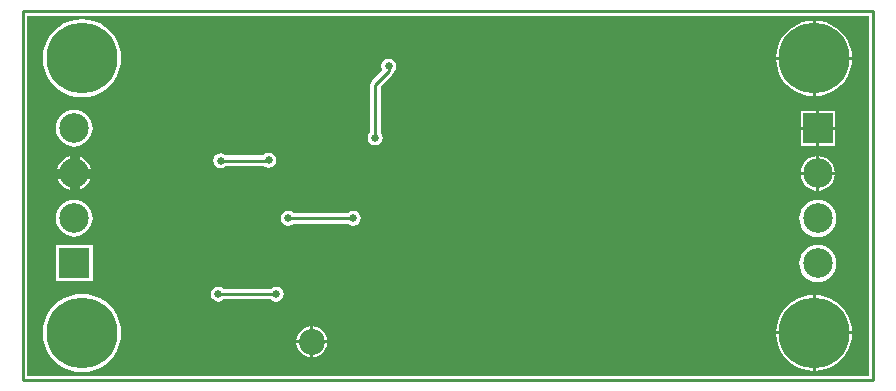
<source format=gbl>
G04*
G04 #@! TF.GenerationSoftware,Altium Limited,Altium Designer,19.0.14 (431)*
G04*
G04 Layer_Physical_Order=2*
G04 Layer_Color=8865052*
%FSLAX25Y25*%
%MOIN*%
G70*
G01*
G75*
%ADD10C,0.01000*%
%ADD74C,0.09843*%
%ADD75R,0.09843X0.09843*%
%ADD76C,0.23622*%
%ADD77C,0.08661*%
%ADD78C,0.02559*%
%ADD79C,0.02598*%
%ADD80R,0.03394X0.14000*%
%ADD81R,0.15000X0.03772*%
G36*
X281935Y1529D02*
X1529D01*
X1529Y121502D01*
X281935D01*
X281935Y1529D01*
D02*
G37*
%LPC*%
G36*
X264280Y119894D02*
Y107783D01*
X276390D01*
X276274Y109262D01*
X275810Y111193D01*
X275051Y113026D01*
X274014Y114719D01*
X272724Y116228D01*
X271215Y117517D01*
X269523Y118555D01*
X267689Y119314D01*
X265758Y119778D01*
X264280Y119894D01*
D02*
G37*
G36*
X263280D02*
X261801Y119778D01*
X259870Y119314D01*
X258036Y118555D01*
X256344Y117517D01*
X254835Y116228D01*
X253545Y114719D01*
X252508Y113026D01*
X251749Y111193D01*
X251285Y109262D01*
X251169Y107783D01*
X263280D01*
Y119894D01*
D02*
G37*
G36*
Y106783D02*
X251169D01*
X251285Y105305D01*
X251749Y103374D01*
X252508Y101541D01*
X253545Y99848D01*
X254835Y98339D01*
X256344Y97049D01*
X258036Y96012D01*
X259870Y95253D01*
X261801Y94789D01*
X263280Y94673D01*
Y106783D01*
D02*
G37*
G36*
X276390D02*
X264280D01*
Y94673D01*
X265758Y94789D01*
X267689Y95253D01*
X269523Y96012D01*
X271215Y97049D01*
X272724Y98339D01*
X274014Y99848D01*
X275051Y101541D01*
X275810Y103374D01*
X276274Y105305D01*
X276390Y106783D01*
D02*
G37*
G36*
X19685Y120335D02*
X17643Y120174D01*
X15652Y119696D01*
X13760Y118912D01*
X12014Y117842D01*
X10456Y116512D01*
X9126Y114955D01*
X8056Y113209D01*
X7273Y111317D01*
X6795Y109325D01*
X6634Y107283D01*
X6795Y105242D01*
X7273Y103250D01*
X8056Y101358D01*
X9126Y99612D01*
X10456Y98055D01*
X12014Y96725D01*
X13760Y95655D01*
X15652Y94871D01*
X17643Y94393D01*
X19685Y94232D01*
X21727Y94393D01*
X23718Y94871D01*
X25610Y95655D01*
X27356Y96725D01*
X28914Y98055D01*
X30244Y99612D01*
X31314Y101358D01*
X32098Y103250D01*
X32576Y105242D01*
X32736Y107283D01*
X32576Y109325D01*
X32098Y111317D01*
X31314Y113209D01*
X30244Y114955D01*
X28914Y116512D01*
X27356Y117842D01*
X25610Y118912D01*
X23718Y119696D01*
X21727Y120174D01*
X19685Y120335D01*
D02*
G37*
G36*
X270686Y89621D02*
X265465D01*
Y84400D01*
X270686D01*
Y89621D01*
D02*
G37*
G36*
X264465D02*
X259243D01*
Y84400D01*
X264465D01*
Y89621D01*
D02*
G37*
G36*
X121900Y107179D02*
X120932Y106986D01*
X120112Y106438D01*
X119564Y105618D01*
X119372Y104651D01*
X119564Y103683D01*
X119825Y103293D01*
X116274Y99743D01*
X115899Y99181D01*
X115767Y98517D01*
Y82641D01*
X115712Y82605D01*
X115164Y81785D01*
X114972Y80817D01*
X115164Y79850D01*
X115712Y79030D01*
X116533Y78482D01*
X117500Y78289D01*
X118467Y78482D01*
X119288Y79030D01*
X119836Y79850D01*
X120028Y80817D01*
X119836Y81785D01*
X119288Y82605D01*
X119233Y82641D01*
Y97799D01*
X123126Y101692D01*
X123501Y102254D01*
X123612Y102813D01*
X123688Y102863D01*
X124236Y103683D01*
X124428Y104651D01*
X124236Y105618D01*
X123688Y106438D01*
X122868Y106986D01*
X121900Y107179D01*
D02*
G37*
G36*
X270686Y83400D02*
X265465D01*
Y78179D01*
X270686D01*
Y83400D01*
D02*
G37*
G36*
X264465D02*
X259243D01*
Y78179D01*
X264465D01*
Y83400D01*
D02*
G37*
G36*
X17100Y90170D02*
X15900Y90052D01*
X14746Y89702D01*
X13683Y89133D01*
X12751Y88368D01*
X11986Y87436D01*
X11417Y86373D01*
X11067Y85219D01*
X10949Y84019D01*
X11067Y82819D01*
X11417Y81665D01*
X11986Y80602D01*
X12751Y79670D01*
X13683Y78905D01*
X14746Y78336D01*
X15900Y77986D01*
X17100Y77868D01*
X18300Y77986D01*
X19454Y78336D01*
X20517Y78905D01*
X21449Y79670D01*
X22214Y80602D01*
X22783Y81665D01*
X23133Y82819D01*
X23251Y84019D01*
X23133Y85219D01*
X22783Y86373D01*
X22214Y87436D01*
X21449Y88368D01*
X20517Y89133D01*
X19454Y89702D01*
X18300Y90052D01*
X17100Y90170D01*
D02*
G37*
G36*
X81900Y75828D02*
X80932Y75636D01*
X80112Y75088D01*
X80009Y74933D01*
X67724D01*
X67688Y74988D01*
X66868Y75536D01*
X65900Y75728D01*
X64933Y75536D01*
X64112Y74988D01*
X63564Y74168D01*
X63372Y73200D01*
X63564Y72233D01*
X64112Y71412D01*
X64933Y70864D01*
X65900Y70672D01*
X66868Y70864D01*
X67688Y71412D01*
X67724Y71467D01*
X80181D01*
X80932Y70964D01*
X81900Y70772D01*
X82867Y70964D01*
X83688Y71512D01*
X84236Y72333D01*
X84428Y73300D01*
X84236Y74268D01*
X83688Y75088D01*
X82867Y75636D01*
X81900Y75828D01*
D02*
G37*
G36*
X17600Y74724D02*
Y69519D01*
X22805D01*
X22674Y70512D01*
X22097Y71904D01*
X21180Y73099D01*
X19985Y74016D01*
X18594Y74593D01*
X17600Y74724D01*
D02*
G37*
G36*
X16600D02*
X15607Y74593D01*
X14215Y74016D01*
X13020Y73099D01*
X12103Y71904D01*
X11526Y70512D01*
X11395Y69519D01*
X16600D01*
Y74724D01*
D02*
G37*
G36*
X265465Y74605D02*
Y69400D01*
X270669D01*
X270539Y70394D01*
X269962Y71785D01*
X269045Y72980D01*
X267850Y73897D01*
X266458Y74474D01*
X265465Y74605D01*
D02*
G37*
G36*
X264465Y74605D02*
X263471Y74474D01*
X262079Y73897D01*
X260884Y72980D01*
X259967Y71785D01*
X259391Y70394D01*
X259260Y69400D01*
X264465D01*
Y74605D01*
D02*
G37*
G36*
X22805Y68519D02*
X17600D01*
Y63314D01*
X18594Y63445D01*
X19985Y64021D01*
X21180Y64938D01*
X22097Y66134D01*
X22674Y67525D01*
X22805Y68519D01*
D02*
G37*
G36*
X16600D02*
X11395D01*
X11526Y67525D01*
X12103Y66134D01*
X13020Y64938D01*
X14215Y64021D01*
X15607Y63445D01*
X16600Y63314D01*
Y68519D01*
D02*
G37*
G36*
X270669Y68400D02*
X265465D01*
Y63195D01*
X266458Y63326D01*
X267850Y63902D01*
X269045Y64820D01*
X269962Y66015D01*
X270539Y67406D01*
X270669Y68400D01*
D02*
G37*
G36*
X264465D02*
X259260D01*
X259391Y67406D01*
X259967Y66015D01*
X260884Y64820D01*
X262079Y63902D01*
X263471Y63326D01*
X264465Y63195D01*
Y68400D01*
D02*
G37*
G36*
X110100Y56445D02*
X109133Y56253D01*
X108312Y55705D01*
X108276Y55651D01*
X90263D01*
X90227Y55705D01*
X89407Y56253D01*
X88439Y56445D01*
X87472Y56253D01*
X86651Y55705D01*
X86103Y54885D01*
X85911Y53917D01*
X86103Y52950D01*
X86651Y52130D01*
X87472Y51582D01*
X88439Y51389D01*
X89407Y51582D01*
X90227Y52130D01*
X90263Y52184D01*
X108276D01*
X108312Y52130D01*
X109133Y51582D01*
X110100Y51389D01*
X111067Y51582D01*
X111888Y52130D01*
X112436Y52950D01*
X112628Y53917D01*
X112436Y54885D01*
X111888Y55705D01*
X111067Y56253D01*
X110100Y56445D01*
D02*
G37*
G36*
X17100Y60170D02*
X15900Y60052D01*
X14746Y59702D01*
X13683Y59133D01*
X12751Y58368D01*
X11986Y57436D01*
X11417Y56373D01*
X11067Y55219D01*
X10949Y54019D01*
X11067Y52819D01*
X11417Y51665D01*
X11986Y50602D01*
X12751Y49670D01*
X13683Y48905D01*
X14746Y48336D01*
X15900Y47986D01*
X17100Y47868D01*
X18300Y47986D01*
X19454Y48336D01*
X20517Y48905D01*
X21449Y49670D01*
X22214Y50602D01*
X22783Y51665D01*
X23133Y52819D01*
X23251Y54019D01*
X23133Y55219D01*
X22783Y56373D01*
X22214Y57436D01*
X21449Y58368D01*
X20517Y59133D01*
X19454Y59702D01*
X18300Y60052D01*
X17100Y60170D01*
D02*
G37*
G36*
X264965Y60051D02*
X263765Y59933D01*
X262611Y59583D01*
X261547Y59014D01*
X260615Y58249D01*
X259850Y57317D01*
X259282Y56254D01*
X258932Y55100D01*
X258814Y53900D01*
X258932Y52700D01*
X259282Y51546D01*
X259850Y50483D01*
X260615Y49551D01*
X261547Y48786D01*
X262611Y48217D01*
X263765Y47867D01*
X264965Y47749D01*
X266165Y47867D01*
X267318Y48217D01*
X268382Y48786D01*
X269314Y49551D01*
X270079Y50483D01*
X270647Y51546D01*
X270997Y52700D01*
X271115Y53900D01*
X270997Y55100D01*
X270647Y56254D01*
X270079Y57317D01*
X269314Y58249D01*
X268382Y59014D01*
X267318Y59583D01*
X266165Y59933D01*
X264965Y60051D01*
D02*
G37*
G36*
X23221Y45140D02*
X10979D01*
Y32898D01*
X23221D01*
Y45140D01*
D02*
G37*
G36*
X264965Y45051D02*
X263765Y44933D01*
X262611Y44583D01*
X261547Y44014D01*
X260615Y43249D01*
X259850Y42317D01*
X259282Y41254D01*
X258932Y40100D01*
X258814Y38900D01*
X258932Y37700D01*
X259282Y36546D01*
X259850Y35483D01*
X260615Y34551D01*
X261547Y33786D01*
X262611Y33217D01*
X263765Y32867D01*
X264965Y32749D01*
X266165Y32867D01*
X267318Y33217D01*
X268382Y33786D01*
X269314Y34551D01*
X270079Y35483D01*
X270647Y36546D01*
X270997Y37700D01*
X271115Y38900D01*
X270997Y40100D01*
X270647Y41254D01*
X270079Y42317D01*
X269314Y43249D01*
X268382Y44014D01*
X267318Y44583D01*
X266165Y44933D01*
X264965Y45051D01*
D02*
G37*
G36*
X84500Y31228D02*
X83533Y31036D01*
X82712Y30488D01*
X82676Y30433D01*
X67024D01*
X66988Y30488D01*
X66167Y31036D01*
X65200Y31228D01*
X64232Y31036D01*
X63412Y30488D01*
X62864Y29667D01*
X62672Y28700D01*
X62864Y27733D01*
X63412Y26912D01*
X64232Y26364D01*
X65200Y26172D01*
X66167Y26364D01*
X66988Y26912D01*
X67024Y26967D01*
X82676D01*
X82712Y26912D01*
X83533Y26364D01*
X84500Y26172D01*
X85467Y26364D01*
X86288Y26912D01*
X86836Y27733D01*
X87028Y28700D01*
X86836Y29667D01*
X86288Y30488D01*
X85467Y31036D01*
X84500Y31228D01*
D02*
G37*
G36*
X264280Y28359D02*
Y16248D01*
X276390D01*
X276274Y17727D01*
X275810Y19657D01*
X275051Y21491D01*
X274014Y23183D01*
X272724Y24693D01*
X271215Y25982D01*
X269523Y27019D01*
X267689Y27779D01*
X265758Y28242D01*
X264280Y28359D01*
D02*
G37*
G36*
X263280D02*
X261801Y28242D01*
X259871Y27779D01*
X258036Y27019D01*
X256344Y25982D01*
X254835Y24693D01*
X253545Y23183D01*
X252508Y21491D01*
X251749Y19657D01*
X251285Y17727D01*
X251169Y16248D01*
X263280D01*
Y28359D01*
D02*
G37*
G36*
X96800Y17959D02*
Y13350D01*
X101409D01*
X101299Y14189D01*
X100782Y15438D01*
X99959Y16509D01*
X98887Y17332D01*
X97639Y17849D01*
X96800Y17959D01*
D02*
G37*
G36*
X95800D02*
X94961Y17849D01*
X93713Y17332D01*
X92641Y16509D01*
X91818Y15438D01*
X91301Y14189D01*
X91191Y13350D01*
X95800D01*
Y17959D01*
D02*
G37*
G36*
X101409Y12350D02*
X96800D01*
Y7741D01*
X97639Y7851D01*
X98887Y8368D01*
X99959Y9191D01*
X100782Y10262D01*
X101299Y11511D01*
X101409Y12350D01*
D02*
G37*
G36*
X95800D02*
X91191D01*
X91301Y11511D01*
X91818Y10262D01*
X92641Y9191D01*
X93713Y8368D01*
X94961Y7851D01*
X95800Y7741D01*
Y12350D01*
D02*
G37*
G36*
X276390Y15248D02*
X264280D01*
Y3137D01*
X265758Y3254D01*
X267689Y3717D01*
X269523Y4477D01*
X271215Y5514D01*
X272724Y6803D01*
X274014Y8313D01*
X275051Y10005D01*
X275810Y11839D01*
X276274Y13769D01*
X276390Y15248D01*
D02*
G37*
G36*
X263280D02*
X251169D01*
X251285Y13769D01*
X251749Y11839D01*
X252508Y10005D01*
X253545Y8313D01*
X254835Y6803D01*
X256344Y5514D01*
X258036Y4477D01*
X259871Y3717D01*
X261801Y3254D01*
X263280Y3137D01*
Y15248D01*
D02*
G37*
G36*
X19685Y28799D02*
X17643Y28639D01*
X15652Y28161D01*
X13760Y27377D01*
X12014Y26307D01*
X10456Y24977D01*
X9126Y23419D01*
X8056Y21673D01*
X7273Y19781D01*
X6795Y17790D01*
X6634Y15748D01*
X6795Y13706D01*
X7273Y11715D01*
X8056Y9823D01*
X9126Y8077D01*
X10456Y6519D01*
X12014Y5189D01*
X13760Y4119D01*
X15652Y3336D01*
X17643Y2857D01*
X19685Y2697D01*
X21727Y2857D01*
X23718Y3336D01*
X25610Y4119D01*
X27356Y5189D01*
X28914Y6519D01*
X30244Y8077D01*
X31314Y9823D01*
X32098Y11715D01*
X32576Y13706D01*
X32736Y15748D01*
X32576Y17790D01*
X32098Y19781D01*
X31314Y21673D01*
X30244Y23419D01*
X28914Y24977D01*
X27356Y26307D01*
X25610Y27377D01*
X23718Y28161D01*
X21727Y28639D01*
X19685Y28799D01*
D02*
G37*
%LPD*%
D10*
X65200Y28700D02*
X84500D01*
X81800Y73200D02*
X81900Y73300D01*
X65900Y73200D02*
X81800D01*
X121900Y102917D02*
Y104651D01*
X117500Y98517D02*
X121900Y102917D01*
X117500Y80817D02*
Y98517D01*
X92701Y42817D02*
Y48105D01*
X87200Y42604D02*
X92701Y48105D01*
X87200Y38728D02*
Y42604D01*
X92701Y42241D02*
Y42817D01*
X98301Y48417D02*
X117700D01*
X92701Y42817D02*
X98301Y48417D01*
X92701Y42241D02*
X92998Y41943D01*
Y39019D02*
Y41943D01*
X92200Y70517D02*
Y83417D01*
Y70517D02*
X97538Y65180D01*
X88439Y53917D02*
X110100D01*
X-0Y123031D02*
X283465D01*
X283465D02*
X283465Y0D01*
X0D02*
X283465D01*
X-0Y123031D02*
X0Y0D01*
D74*
X17100Y84019D02*
D03*
Y69019D02*
D03*
Y54019D02*
D03*
X264965Y38900D02*
D03*
Y53900D02*
D03*
Y68900D02*
D03*
D75*
X17100Y39019D02*
D03*
X264965Y83900D02*
D03*
D76*
X19685Y15748D02*
D03*
Y107283D02*
D03*
X263779Y107283D02*
D03*
X263779Y15748D02*
D03*
D77*
X96300Y12850D02*
D03*
D78*
X243722Y119500D02*
D03*
X236973D02*
D03*
X230224D02*
D03*
X223475D02*
D03*
X216726D02*
D03*
X209977D02*
D03*
X203227D02*
D03*
X196478D02*
D03*
X189729D02*
D03*
X182980D02*
D03*
X210000Y33222D02*
D03*
Y26667D02*
D03*
Y20111D02*
D03*
Y13555D02*
D03*
Y7000D02*
D03*
X176231Y119500D02*
D03*
X108740D02*
D03*
X115489D02*
D03*
X122238D02*
D03*
X128987D02*
D03*
X135737D02*
D03*
X142486D02*
D03*
X149235D02*
D03*
X155984D02*
D03*
X162733D02*
D03*
X169482D02*
D03*
X101991D02*
D03*
X34500D02*
D03*
X41249D02*
D03*
X47998D02*
D03*
X54747D02*
D03*
X61496D02*
D03*
X68246D02*
D03*
X74995D02*
D03*
X81744D02*
D03*
X88493D02*
D03*
X95242D02*
D03*
X84500Y28700D02*
D03*
X65200D02*
D03*
X34650Y17200D02*
D03*
X81900Y73300D02*
D03*
X65900Y73200D02*
D03*
X125100Y45200D02*
D03*
X128000D02*
D03*
X131400D02*
D03*
X134500Y45100D02*
D03*
X137600D02*
D03*
X140900Y45050D02*
D03*
X142400Y42361D02*
D03*
X139200D02*
D03*
X136000D02*
D03*
X132800D02*
D03*
X129600D02*
D03*
X126400D02*
D03*
X210000Y3000D02*
D03*
X203444D02*
D03*
X196889D02*
D03*
X190333D02*
D03*
X183778D02*
D03*
X177222D02*
D03*
X170667D02*
D03*
X164111D02*
D03*
X157555D02*
D03*
X151000D02*
D03*
X55600Y89800D02*
D03*
Y92700D02*
D03*
Y95700D02*
D03*
X42700Y99300D02*
D03*
X39800D02*
D03*
X36800D02*
D03*
X54100D02*
D03*
X51200D02*
D03*
X48200D02*
D03*
X59000Y82500D02*
D03*
X61500Y85917D02*
D03*
X58000D02*
D03*
X54000D02*
D03*
X51100D02*
D03*
X56000Y82500D02*
D03*
X272465Y74600D02*
D03*
Y71700D02*
D03*
Y68700D02*
D03*
Y84100D02*
D03*
Y81200D02*
D03*
Y78200D02*
D03*
X223465Y24500D02*
D03*
X220565D02*
D03*
X217565D02*
D03*
X232965D02*
D03*
X230065D02*
D03*
X227065D02*
D03*
X231965Y13200D02*
D03*
Y16100D02*
D03*
Y19100D02*
D03*
Y3000D02*
D03*
Y6600D02*
D03*
Y9600D02*
D03*
X218065Y9500D02*
D03*
Y6500D02*
D03*
Y3000D02*
D03*
Y19000D02*
D03*
Y16000D02*
D03*
Y13100D02*
D03*
Y104300D02*
D03*
Y101300D02*
D03*
Y98400D02*
D03*
X218165Y115500D02*
D03*
Y112500D02*
D03*
Y109600D02*
D03*
X232465Y104300D02*
D03*
Y101300D02*
D03*
Y98400D02*
D03*
Y115700D02*
D03*
Y112700D02*
D03*
Y109800D02*
D03*
X227865Y94600D02*
D03*
X224865D02*
D03*
X221965D02*
D03*
X121900Y104651D02*
D03*
X121300Y29517D02*
D03*
X92998Y39019D02*
D03*
X87200Y38728D02*
D03*
X124500Y18017D02*
D03*
X153647Y26041D02*
D03*
X156547D02*
D03*
X159547D02*
D03*
X162647Y26055D02*
D03*
X165447D02*
D03*
X168347D02*
D03*
X171247D02*
D03*
X174447D02*
D03*
X177547D02*
D03*
X180447D02*
D03*
X183447Y26155D02*
D03*
X186547D02*
D03*
X189547D02*
D03*
X192647D02*
D03*
X195647D02*
D03*
X198447D02*
D03*
X201347D02*
D03*
X117500Y80817D02*
D03*
X92200Y83417D02*
D03*
X88439Y53917D02*
D03*
X110100D02*
D03*
X117300Y105517D02*
D03*
X108600D02*
D03*
X99790Y105417D02*
D03*
X117700Y48417D02*
D03*
D79*
X102262Y60455D02*
D03*
X97538D02*
D03*
X102262Y65180D02*
D03*
X97538D02*
D03*
D80*
X17303Y69000D02*
D03*
D81*
X17000Y68886D02*
D03*
M02*

</source>
